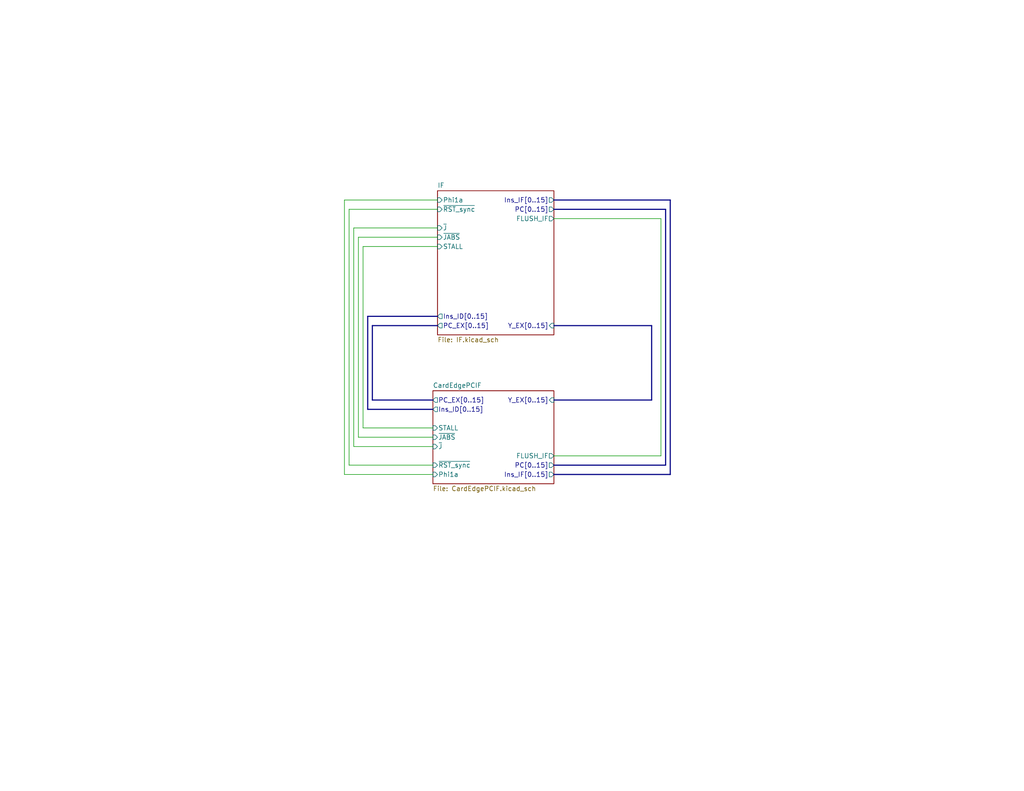
<source format=kicad_sch>
(kicad_sch
	(version 20250114)
	(generator "eeschema")
	(generator_version "9.0")
	(uuid "c8014893-29e4-4439-9930-ea776ac428ef")
	(paper "USLetter")
	(title_block
		(date "2025-07-01")
		(rev "A")
	)
	(lib_symbols)
	(bus
		(pts
			(xy 151.13 88.9) (xy 177.8 88.9)
		)
		(stroke
			(width 0)
			(type default)
		)
		(uuid "03d7cd79-7461-4f5b-a105-efb1b6e70625")
	)
	(bus
		(pts
			(xy 100.33 86.36) (xy 119.38 86.36)
		)
		(stroke
			(width 0)
			(type default)
		)
		(uuid "15f8ebc8-5de7-42c3-ae83-24e28fd3aca3")
	)
	(wire
		(pts
			(xy 96.52 121.92) (xy 118.11 121.92)
		)
		(stroke
			(width 0)
			(type default)
		)
		(uuid "28f42b76-2e33-42d8-bedc-0f51065f7f30")
	)
	(wire
		(pts
			(xy 151.13 59.69) (xy 180.34 59.69)
		)
		(stroke
			(width 0)
			(type default)
		)
		(uuid "319ddb41-3e44-48c0-81c0-2b33c78217d3")
	)
	(bus
		(pts
			(xy 177.8 88.9) (xy 177.8 109.22)
		)
		(stroke
			(width 0)
			(type default)
		)
		(uuid "446eb24a-e76f-4ee3-931f-20c270289b71")
	)
	(bus
		(pts
			(xy 181.61 57.15) (xy 151.13 57.15)
		)
		(stroke
			(width 0)
			(type default)
		)
		(uuid "4ec2c090-48ac-4b42-b187-8dee88bc2868")
	)
	(wire
		(pts
			(xy 93.98 54.61) (xy 93.98 129.54)
		)
		(stroke
			(width 0)
			(type default)
		)
		(uuid "4f40807f-38ef-4e66-a93e-c2b373d57351")
	)
	(wire
		(pts
			(xy 119.38 62.23) (xy 96.52 62.23)
		)
		(stroke
			(width 0)
			(type default)
		)
		(uuid "51947c5a-57f8-4087-b205-22083a46021e")
	)
	(wire
		(pts
			(xy 97.79 119.38) (xy 97.79 64.77)
		)
		(stroke
			(width 0)
			(type default)
		)
		(uuid "52b2875d-ea2a-486a-b083-199f25fc3fbe")
	)
	(wire
		(pts
			(xy 95.25 57.15) (xy 119.38 57.15)
		)
		(stroke
			(width 0)
			(type default)
		)
		(uuid "61ce569d-e5ef-462e-acbd-9ad83c0fd881")
	)
	(wire
		(pts
			(xy 93.98 129.54) (xy 118.11 129.54)
		)
		(stroke
			(width 0)
			(type default)
		)
		(uuid "74afedfe-232e-4333-b6f0-b3ceb31cae93")
	)
	(wire
		(pts
			(xy 95.25 127) (xy 95.25 57.15)
		)
		(stroke
			(width 0)
			(type default)
		)
		(uuid "7de9335e-5132-4084-b840-7269ffeced99")
	)
	(wire
		(pts
			(xy 99.06 116.84) (xy 118.11 116.84)
		)
		(stroke
			(width 0)
			(type default)
		)
		(uuid "7fc0337c-6bd2-42ce-88d0-a7f7013f62b6")
	)
	(wire
		(pts
			(xy 180.34 124.46) (xy 151.13 124.46)
		)
		(stroke
			(width 0)
			(type default)
		)
		(uuid "84d188ec-bbc5-477d-953b-41b0e00f7656")
	)
	(wire
		(pts
			(xy 180.34 59.69) (xy 180.34 124.46)
		)
		(stroke
			(width 0)
			(type default)
		)
		(uuid "861eda30-45ab-4214-9d72-6f52b41d3647")
	)
	(bus
		(pts
			(xy 181.61 127) (xy 181.61 57.15)
		)
		(stroke
			(width 0)
			(type default)
		)
		(uuid "877c411d-89ba-4666-885c-72f065785926")
	)
	(wire
		(pts
			(xy 119.38 54.61) (xy 93.98 54.61)
		)
		(stroke
			(width 0)
			(type default)
		)
		(uuid "8a303769-5997-4c70-9ccf-78d975548aa7")
	)
	(bus
		(pts
			(xy 101.6 109.22) (xy 118.11 109.22)
		)
		(stroke
			(width 0)
			(type default)
		)
		(uuid "8e773357-a7e7-4edb-8569-76c1c3d4b23e")
	)
	(wire
		(pts
			(xy 99.06 67.31) (xy 99.06 116.84)
		)
		(stroke
			(width 0)
			(type default)
		)
		(uuid "919ed796-999a-4460-beb9-34708142eff7")
	)
	(wire
		(pts
			(xy 118.11 119.38) (xy 97.79 119.38)
		)
		(stroke
			(width 0)
			(type default)
		)
		(uuid "9e04fe12-2784-4c64-b277-bd8cf78d0acc")
	)
	(wire
		(pts
			(xy 96.52 62.23) (xy 96.52 121.92)
		)
		(stroke
			(width 0)
			(type default)
		)
		(uuid "a11b6ad8-cb2a-48dc-b1f0-d933aff1c872")
	)
	(bus
		(pts
			(xy 177.8 109.22) (xy 151.13 109.22)
		)
		(stroke
			(width 0)
			(type default)
		)
		(uuid "a479ee7f-33d2-4f11-8beb-a02f7a1e017a")
	)
	(bus
		(pts
			(xy 118.11 111.76) (xy 100.33 111.76)
		)
		(stroke
			(width 0)
			(type default)
		)
		(uuid "a54193b8-d945-4b76-a42c-ec56a7c3675d")
	)
	(bus
		(pts
			(xy 119.38 88.9) (xy 101.6 88.9)
		)
		(stroke
			(width 0)
			(type default)
		)
		(uuid "a77d8bb2-881f-4482-862b-fe30dfae2aea")
	)
	(bus
		(pts
			(xy 100.33 111.76) (xy 100.33 86.36)
		)
		(stroke
			(width 0)
			(type default)
		)
		(uuid "abeb198d-060e-437a-aa57-cb5638d709d3")
	)
	(wire
		(pts
			(xy 97.79 64.77) (xy 119.38 64.77)
		)
		(stroke
			(width 0)
			(type default)
		)
		(uuid "c44c0520-5b1b-4513-8181-3e9ae1c7cccd")
	)
	(bus
		(pts
			(xy 182.88 54.61) (xy 182.88 129.54)
		)
		(stroke
			(width 0)
			(type default)
		)
		(uuid "cc680293-4773-440d-a182-0e1af3618d18")
	)
	(bus
		(pts
			(xy 101.6 88.9) (xy 101.6 109.22)
		)
		(stroke
			(width 0)
			(type default)
		)
		(uuid "d73adbfb-a39c-40f8-9d80-783682f85bb3")
	)
	(bus
		(pts
			(xy 151.13 54.61) (xy 182.88 54.61)
		)
		(stroke
			(width 0)
			(type default)
		)
		(uuid "d97600ae-837c-44f9-828f-a0048e726a85")
	)
	(wire
		(pts
			(xy 119.38 67.31) (xy 99.06 67.31)
		)
		(stroke
			(width 0)
			(type default)
		)
		(uuid "da9c0efe-fc36-4e60-9262-31d143d421f7")
	)
	(wire
		(pts
			(xy 118.11 127) (xy 95.25 127)
		)
		(stroke
			(width 0)
			(type default)
		)
		(uuid "dece2c04-6739-4d20-8669-1edae63854de")
	)
	(bus
		(pts
			(xy 151.13 127) (xy 181.61 127)
		)
		(stroke
			(width 0)
			(type default)
		)
		(uuid "ded3315a-9109-4369-84c6-760d8b670e38")
	)
	(bus
		(pts
			(xy 182.88 129.54) (xy 151.13 129.54)
		)
		(stroke
			(width 0)
			(type default)
		)
		(uuid "f997225c-d9e5-4054-9e0e-4f2df17fe3e5")
	)
	(sheet
		(at 118.11 106.68)
		(size 33.02 25.4)
		(exclude_from_sim no)
		(in_bom yes)
		(on_board yes)
		(dnp no)
		(fields_autoplaced yes)
		(stroke
			(width 0.1524)
			(type solid)
		)
		(fill
			(color 0 0 0 0.0000)
		)
		(uuid "0e252998-fc28-48bc-a97c-de6476f457ee")
		(property "Sheetname" "CardEdgePCIF"
			(at 118.11 105.9684 0)
			(effects
				(font
					(size 1.27 1.27)
				)
				(justify left bottom)
			)
		)
		(property "Sheetfile" "CardEdgePCIF.kicad_sch"
			(at 118.11 132.6646 0)
			(effects
				(font
					(size 1.27 1.27)
				)
				(justify left top)
			)
		)
		(pin "FLUSH_IF" output
			(at 151.13 124.46 0)
			(uuid "4d49d228-eccd-48b5-b608-13cf997ecc31")
			(effects
				(font
					(size 1.27 1.27)
				)
				(justify right)
			)
		)
		(pin "Ins_ID[0..15]" output
			(at 118.11 111.76 180)
			(uuid "5f0abdaa-70f6-4bdd-8993-fdb6b0005cbf")
			(effects
				(font
					(size 1.27 1.27)
				)
				(justify left)
			)
		)
		(pin "Ins_IF[0..15]" output
			(at 151.13 129.54 0)
			(uuid "0ae79fcb-ecea-446d-a003-e539109e780d")
			(effects
				(font
					(size 1.27 1.27)
				)
				(justify right)
			)
		)
		(pin "PC[0..15]" output
			(at 151.13 127 0)
			(uuid "675c55c5-48d6-4ce2-8240-a8fa5b205d48")
			(effects
				(font
					(size 1.27 1.27)
				)
				(justify right)
			)
		)
		(pin "PC_EX[0..15]" output
			(at 118.11 109.22 180)
			(uuid "7a7fd42e-5a28-4dca-b02d-34445ace4eb1")
			(effects
				(font
					(size 1.27 1.27)
				)
				(justify left)
			)
		)
		(pin "Phi1a" input
			(at 118.11 129.54 180)
			(uuid "0c56192c-0205-47f0-b75c-05d006840055")
			(effects
				(font
					(size 1.27 1.27)
				)
				(justify left)
			)
		)
		(pin "STALL" input
			(at 118.11 116.84 180)
			(uuid "bca1205d-1471-4a3e-a9db-8c1aecf1c3cf")
			(effects
				(font
					(size 1.27 1.27)
				)
				(justify left)
			)
		)
		(pin "Y_EX[0..15]" input
			(at 151.13 109.22 0)
			(uuid "1bded734-bd2f-40f4-b9da-618e0eb3179f")
			(effects
				(font
					(size 1.27 1.27)
				)
				(justify right)
			)
		)
		(pin "~{JABS}" input
			(at 118.11 119.38 180)
			(uuid "55035137-ef1a-4868-b8ea-9163cce02bb7")
			(effects
				(font
					(size 1.27 1.27)
				)
				(justify left)
			)
		)
		(pin "~{J}" input
			(at 118.11 121.92 180)
			(uuid "1b2db618-6b59-4570-b169-d8a9dcf5bffc")
			(effects
				(font
					(size 1.27 1.27)
				)
				(justify left)
			)
		)
		(pin "~{RST_sync}" input
			(at 118.11 127 180)
			(uuid "0aed7dd3-259a-45be-8b95-5e7dc0199d6e")
			(effects
				(font
					(size 1.27 1.27)
				)
				(justify left)
			)
		)
		(instances
			(project "PCIFModule"
				(path "/c8014893-29e4-4439-9930-ea776ac428ef"
					(page "5")
				)
			)
		)
	)
	(sheet
		(at 119.38 52.07)
		(size 31.75 39.37)
		(exclude_from_sim no)
		(in_bom yes)
		(on_board yes)
		(dnp no)
		(fields_autoplaced yes)
		(stroke
			(width 0)
			(type solid)
		)
		(fill
			(color 0 0 0 0.0000)
		)
		(uuid "a8b9f505-34a5-4db7-8e08-bd57966a9d15")
		(property "Sheetname" "IF"
			(at 119.38 51.3584 0)
			(effects
				(font
					(size 1.27 1.27)
				)
				(justify left bottom)
			)
		)
		(property "Sheetfile" "IF.kicad_sch"
			(at 119.38 92.0246 0)
			(effects
				(font
					(size 1.27 1.27)
				)
				(justify left top)
			)
		)
		(pin "Ins_ID[0..15]" output
			(at 119.38 86.36 180)
			(uuid "2351853c-f563-4fef-a4da-7a1945df5d86")
			(effects
				(font
					(size 1.27 1.27)
				)
				(justify left)
			)
		)
		(pin "PC_EX[0..15]" output
			(at 119.38 88.9 180)
			(uuid "069ed8cc-a21e-4bba-9771-c6b1476ce2c7")
			(effects
				(font
					(size 1.27 1.27)
				)
				(justify left)
			)
		)
		(pin "Y_EX[0..15]" input
			(at 151.13 88.9 0)
			(uuid "fa8e59b4-e104-4827-8215-83cf4e27cf32")
			(effects
				(font
					(size 1.27 1.27)
				)
				(justify right)
			)
		)
		(pin "~{J}" input
			(at 119.38 62.23 180)
			(uuid "6efc1368-b77c-4d6a-912d-7c34c7b4026d")
			(effects
				(font
					(size 1.27 1.27)
				)
				(justify left)
			)
		)
		(pin "~{JABS}" input
			(at 119.38 64.77 180)
			(uuid "eeb01e60-e7a8-4836-836d-d45b933e8b58")
			(effects
				(font
					(size 1.27 1.27)
				)
				(justify left)
			)
		)
		(pin "STALL" input
			(at 119.38 67.31 180)
			(uuid "891ea4be-1d49-450e-affb-4cb60385daca")
			(effects
				(font
					(size 1.27 1.27)
				)
				(justify left)
			)
		)
		(pin "~{RST_sync}" input
			(at 119.38 57.15 180)
			(uuid "78a43098-86ab-4e22-926f-482893ef258a")
			(effects
				(font
					(size 1.27 1.27)
				)
				(justify left)
			)
		)
		(pin "Phi1a" input
			(at 119.38 54.61 180)
			(uuid "ce05f997-e6b4-442c-8752-3a10fd260190")
			(effects
				(font
					(size 1.27 1.27)
				)
				(justify left)
			)
		)
		(pin "PC[0..15]" output
			(at 151.13 57.15 0)
			(uuid "21cae087-e8df-40bd-ba64-173189becc44")
			(effects
				(font
					(size 1.27 1.27)
				)
				(justify right)
			)
		)
		(pin "FLUSH_IF" output
			(at 151.13 59.69 0)
			(uuid "46432219-425a-4113-803b-048d7059b595")
			(effects
				(font
					(size 1.27 1.27)
				)
				(justify right)
			)
		)
		(pin "Ins_IF[0..15]" output
			(at 151.13 54.61 0)
			(uuid "4db84503-8859-4e48-9d6b-7f2724bec095")
			(effects
				(font
					(size 1.27 1.27)
				)
				(justify right)
			)
		)
		(instances
			(project "MainBoard"
				(path "/83c5181e-f5ee-453c-ae5c-d7256ba8837d/445562cf-aa14-4ea1-8943-4ec5616008cb"
					(page "4")
				)
			)
			(project "PCIFModule"
				(path "/c8014893-29e4-4439-9930-ea776ac428ef"
					(page "2")
				)
			)
		)
	)
	(sheet_instances
		(path "/"
			(page "1")
		)
	)
	(embedded_fonts no)
)

</source>
